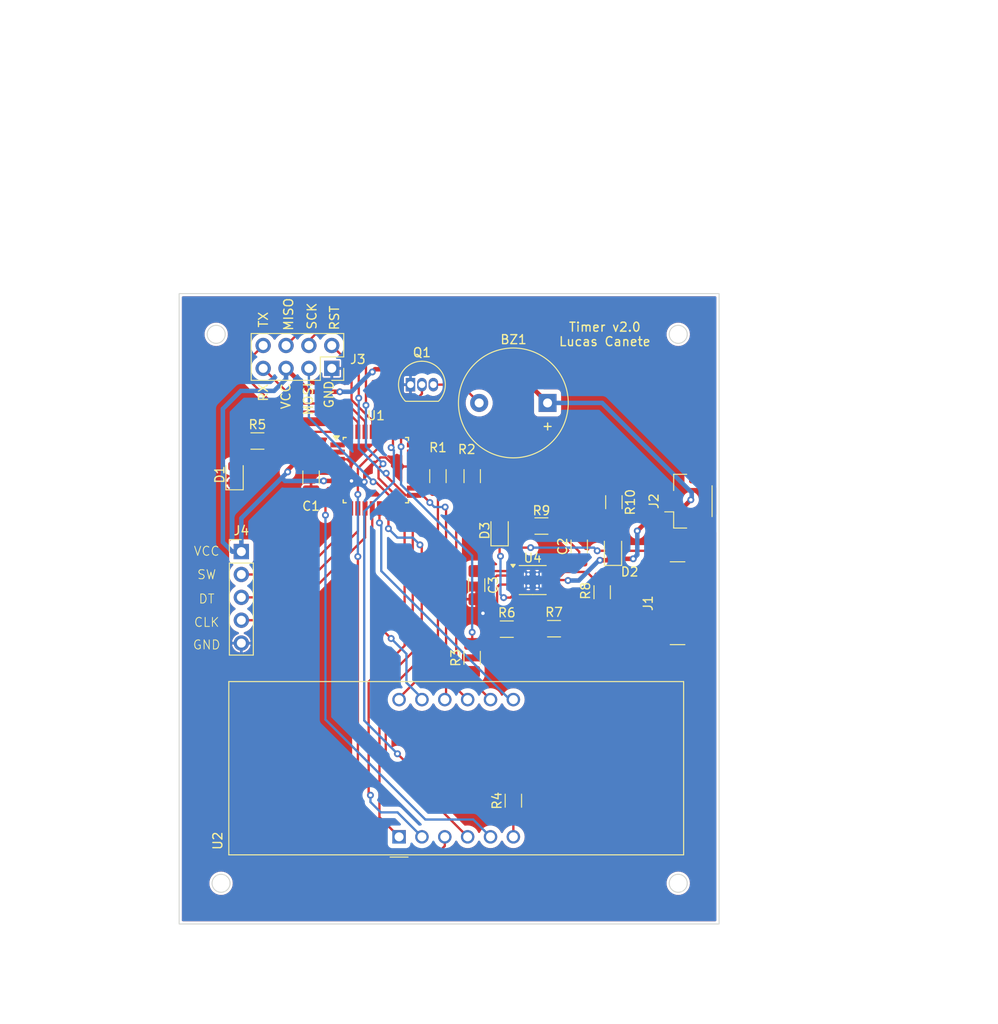
<source format=kicad_pcb>
(kicad_pcb (version 20240108) (generator "pcbnew") (generator_version "8.0")
  (layers (0 "F.Cu" signal) (31 "B.Cu" signal) (34 "B.Paste" user) (35 "F.Paste" user) (36 "B.SilkS" user "B.Silkscreen") (37 "F.SilkS" user "F.Silkscreen") (38 "B.Mask" user) (39 "F.Mask" user) (44 "Edge.Cuts" user))
  (net 0 "")
  (net 1 "GND")
  (net 2 "PC5")
  (net 3 "Net-(BZ1-+)")
  (net 4 "Net-(D1-A)")
  (net 5 "Net-(U2-CA1)")
  (net 6 "Net-(U2-CA2)")
  (net 7 "Net-(U2-CA3)")
  (net 8 "Net-(U2-CA4)")
  (net 9 "Net-(U1-PD2)")
  (net 10 "RST")
  (net 11 "SW")
  (net 12 "PC0")
  (net 13 "PB0")
  (net 14 "PB5")
  (net 15 "PC1")
  (net 16 "PC2")
  (net 17 "PB1")
  (net 18 "PC3")
  (net 19 "PB6")
  (net 20 "PB2")
  (net 21 "PC4")
  (net 22 "RX")
  (net 23 "TX")
  (net 24 "MISO")
  (net 25 "MOSI")
  (net 26 "Net-(U4-ISET)")
  (net 27 "Net-(U4-PRETERM)")
  (net 28 "Net-(U4-TS)")
  (net 29 "Net-(U4-OUT)")
  (net 30 "Net-(D3-A)")
  (net 32 "VBUS")
  (net 33 "Net-(D3-K)")
  (net 34 "BAT+")
  (net 35 "Net-(D2-A)")
  (net 38 "DT")
  (net 39 "CLK")
  (footprint "Resistor_SMD:R_1206_3216Metric_Pad1.30x1.75mm_HandSolder" (layer "F.Cu") (at 111.2 116.51)
    (property "Reference" "R7" (at 0 -1.82 0) (layer "F.SilkS"))
    (property "Value" "2K")
    (pad "1" smd roundrect (at -1.55 0) (size 1.3 1.75) (layers "F.Cu" "F.Paste" "F.Mask") (roundrect_rratio 0.192308) (net 27 "Net-(U4-PRETERM)"))
    (pad "2" smd roundrect (at 1.55 0) (size 1.3 1.75) (layers "F.Cu" "F.Paste" "F.Mask") (roundrect_rratio 0.192308) (net 1 "GND"))
  )
  (footprint "Resistor_SMD:R_1206_3216Metric_Pad1.30x1.75mm_HandSolder" (layer "F.Cu") (at 109.8 105.11 180)
    (property "Reference" "R9" (at 0 1.71 0) (layer "F.SilkS"))
    (property "Value" "1K5")
    (pad "1" smd roundrect (at -1.55 0 180) (size 1.3 1.75) (layers "F.Cu" "F.Paste" "F.Mask") (roundrect_rratio 0.192308) (net 29 "Net-(U4-OUT)"))
    (pad "2" smd roundrect (at 1.55 0 180) (size 1.3 1.75) (layers "F.Cu" "F.Paste" "F.Mask") (roundrect_rratio 0.192308) (net 30 "Net-(D3-A)"))
  )
  (footprint "Package_SO:HVSSOP-10-1EP_3x3mm_P0.5mm_EP1.57x1.88mm_ThermalVias" (layer "F.Cu") (at 108.83 111.11)
    (property "Reference" "U4" (at 0 -2.45 0) (layer "F.SilkS"))
    (property "Value" "BQ24090DGQ")
    (pad "1" smd roundrect (at -2.15 -1) (size 1.45 0.3) (layers "F.Cu" "F.Paste" "F.Mask") (net 32 "VBUS"))
    (pad "2" smd roundrect (at -2.15 -0.5) (size 1.45 0.3) (layers "F.Cu" "F.Paste" "F.Mask") (net 26 "Net-(U4-ISET)"))
    (pad "3" smd roundrect (at -2.15 0) (size 1.45 0.3) (layers "F.Cu" "F.Paste" "F.Mask") (net 1 "GND"))
    (pad "4" smd roundrect (at -2.15 0.5) (size 1.45 0.3) (layers "F.Cu" "F.Paste" "F.Mask") (net 27 "Net-(U4-PRETERM)"))
    (pad "5" smd roundrect (at -2.15 1) (size 1.45 0.3) (layers "F.Cu" "F.Paste" "F.Mask") (net 33 "Net-(D3-K)"))
    (pad "6" smd roundrect (at 2.15 1) (size 1.45 0.3) (layers "F.Cu" "F.Paste" "F.Mask"))
    (pad "7" smd roundrect (at 2.15 0.5) (size 1.45 0.3) (layers "F.Cu" "F.Paste" "F.Mask") (net 32 "VBUS"))
    (pad "8" smd roundrect (at 2.15 0) (size 1.45 0.3) (layers "F.Cu" "F.Paste" "F.Mask") (net 34 "BAT+"))
    (pad "9" smd roundrect (at 2.15 -0.5) (size 1.45 0.3) (layers "F.Cu" "F.Paste" "F.Mask") (net 28 "Net-(U4-TS)"))
    (pad "10" smd roundrect (at 2.15 -1) (size 1.45 0.3) (layers "F.Cu" "F.Paste" "F.Mask") (net 29 "Net-(U4-OUT)"))
    (pad "11" thru_hole circle (at -0.485 -0.64) (size 0.6 0.6) (drill 0.3) (property pad_prop_heatsink) (layers "*.Cu") (net 1 "GND"))
    (pad "11" thru_hole circle (at -0.485 0.64) (size 0.6 0.6) (drill 0.3) (property pad_prop_heatsink) (layers "*.Cu") (net 1 "GND"))
    (pad "11" smd rect (at 0 0) (size 1.57 1.88) (property pad_prop_heatsink) (layers "F.Cu" "F.Mask") (net 1 "GND"))
    (pad "11" smd rect (at 0 0) (size 1.57 1.88) (property pad_prop_heatsink) (layers "B.Cu") (net 1 "GND"))
    (pad "11" thru_hole circle (at 0.485 -0.64) (size 0.6 0.6) (drill 0.3) (property pad_prop_heatsink) (layers "*.Cu") (net 1 "GND"))
    (pad "11" thru_hole circle (at 0.485 0.64) (size 0.6 0.6) (drill 0.3) (property pad_prop_heatsink) (layers "*.Cu") (net 1 "GND"))
  )
  (footprint "LED_SMD:LED_0805_2012Metric" (layer "F.Cu") (at 75.7 99.4 90)
    (property "Reference" "D1" (at 0 -1.65 90) (layer "F.SilkS"))
    (property "Value" "LED")
    (pad "1" smd roundrect (at -0.9375 0 90) (size 0.975 1.4) (layers "F.Cu" "F.Paste" "F.Mask") (net 1 "GND"))
    (pad "2" smd roundrect (at 0.9375 0 90) (size 0.975 1.4) (layers "F.Cu" "F.Paste" "F.Mask") (net 4 "Net-(D1-A)"))
  )
  (footprint "Resistor_SMD:R_1206_3216Metric_Pad1.30x1.75mm_HandSolder" (layer "F.Cu") (at 78.24 95.6685)
    (property "Reference" "R5" (at 0 -1.82 0) (layer "F.SilkS"))
    (property "Value" "220")
    (pad "1" smd roundrect (at -1.55 0) (size 1.3 1.75) (layers "F.Cu" "F.Paste" "F.Mask") (roundrect_rratio 0.192308) (net 4 "Net-(D1-A)"))
    (pad "2" smd roundrect (at 1.55 0) (size 1.3 1.75) (layers "F.Cu" "F.Paste" "F.Mask") (roundrect_rratio 0.192308) (net 9 "Net-(U1-PD2)"))
  )
  (footprint "Resistor_SMD:R_1206_3216Metric_Pad1.30x1.75mm_HandSolder" (layer "F.Cu") (at 105.95 116.56)
    (property "Reference" "R6" (at 0 -1.82 0) (layer "F.SilkS"))
    (property "Value" "540")
    (pad "1" smd roundrect (at -1.55 0) (size 1.3 1.75) (layers "F.Cu" "F.Paste" "F.Mask") (roundrect_rratio 0.192308) (net 26 "Net-(U4-ISET)"))
    (pad "2" smd roundrect (at 1.55 0) (size 1.3 1.75) (layers "F.Cu" "F.Paste" "F.Mask") (roundrect_rratio 0.192308) (net 1 "GND"))
  )
  (footprint "Resistor_SMD:R_1206_3216Metric_Pad1.30x1.75mm_HandSolder" (layer "F.Cu") (at 102.108 99.568 90)
    (property "Reference" "R2" (hide yes))
    (property "Value" "150")
    (pad "1" smd roundrect (at -1.55 0 90) (size 1.3 1.75) (layers "F.Cu" "F.Paste" "F.Mask") (roundrect_rratio 0.192308) (net 6 "Net-(U2-CA2)"))
    (pad "2" smd roundrect (at 1.55 0 90) (size 1.3 1.75) (layers "F.Cu" "F.Paste" "F.Mask") (roundrect_rratio 0.192308) (net 15 "PC1"))
  )
  (footprint "Resistor_SMD:R_1206_3216Metric_Pad1.30x1.75mm_HandSolder" (layer "F.Cu") (at 117.85 102.46 -90)
    (property "Reference" "R10" (at 0 -1.82 90) (layer "F.SilkS"))
    (property "Value" "1K5")
    (pad "1" smd roundrect (at -1.55 0 270) (size 1.3 1.75) (layers "F.Cu" "F.Paste" "F.Mask") (roundrect_rratio 0.192308) (net 29 "Net-(U4-OUT)"))
    (pad "2" smd roundrect (at 1.55 0 270) (size 1.3 1.75) (layers "F.Cu" "F.Paste" "F.Mask") (roundrect_rratio 0.192308) (net 35 "Net-(D2-A)"))
  )
  (footprint "Buzzer_Beeper:Buzzer_12x9.5RM7.6" (layer "F.Cu") (at 110.48 91.44 180)
    (property "Reference" "BZ1" (at 3.78 7.04 0) (layer "F.SilkS"))
    (property "Value" "Buzzer")
    (fp_text user "+" (at -0.01 -2.54 0) (layer "F.SilkS"))
    (pad "1" thru_hole rect (at 0 0 180) (size 2 2) (drill 1) (layers "*.Cu" "*.Mask") (net 34 "BAT+"))
    (pad "2" thru_hole circle (at 7.6 0 180) (size 2 2) (drill 1) (layers "*.Cu" "*.Mask") (net 3 "Net-(BZ1-+)"))
  )
  (footprint "Resistor_SMD:R_1206_3216Metric_Pad1.30x1.75mm_HandSolder" (layer "F.Cu") (at 98.298 99.568 90)
    (property "Reference" "R1" (at 3.168 0.002 0) (layer "F.SilkS"))
    (property "Value" "150")
    (pad "1" smd roundrect (at -1.55 0 90) (size 1.3 1.75) (layers "F.Cu" "F.Paste" "F.Mask") (roundrect_rratio 0.192308) (net 5 "Net-(U2-CA1)"))
    (pad "2" smd roundrect (at 1.55 0 90) (size 1.3 1.75) (layers "F.Cu" "F.Paste" "F.Mask") (roundrect_rratio 0.192308) (net 12 "PC0"))
  )
  (footprint "Resistor_SMD:R_1206_3216Metric_Pad1.30x1.75mm_HandSolder" (layer "F.Cu") (at 116.55 112.46 -90)
    (property "Reference" "R8" (at -0.16 1.85 90) (layer "F.SilkS"))
    (property "Value" "10K")
    (pad "1" smd roundrect (at -1.55 0 270) (size 1.3 1.75) (layers "F.Cu" "F.Paste" "F.Mask") (roundrect_rratio 0.192308) (net 28 "Net-(U4-TS)"))
    (pad "2" smd roundrect (at 1.55 0 270) (size 1.3 1.75) (layers "F.Cu" "F.Paste" "F.Mask") (roundrect_rratio 0.192308) (net 1 "GND"))
  )
  (footprint "Package_QFP:TQFP-32_7x7mm_P0.8mm" (layer "F.Cu") (at 91.4 98.9)
    (property "Reference" "U1" (at 0 -6.05 0) (layer "F.SilkS"))
    (property "Value" "ATmega168-20A")
    (pad "1" smd rect (at -4.25 -2.8) (size 1.6 0.55) (layers "F.Cu" "F.Paste" "F.Mask"))
    (pad "2" smd rect (at -4.25 -2) (size 1.6 0.55) (layers "F.Cu" "F.Paste" "F.Mask"))
    (pad "3" smd rect (at -4.25 -1.2) (size 1.6 0.55) (layers "F.Cu" "F.Paste" "F.Mask") (net 1 "GND"))
    (pad "4" smd rect (at -4.25 -0.4) (size 1.6 0.55) (layers "F.Cu" "F.Paste" "F.Mask") (net 34 "BAT+"))
    (pad "5" smd rect (at -4.25 0.4) (size 1.6 0.55) (layers "F.Cu" "F.Paste" "F.Mask") (net 1 "GND"))
    (pad "6" smd rect (at -4.25 1.2) (size 1.6 0.55) (layers "F.Cu" "F.Paste" "F.Mask") (net 34 "BAT+"))
    (pad "7" smd rect (at -4.25 2) (size 1.6 0.55) (layers "F.Cu" "F.Paste" "F.Mask") (net 19 "PB6"))
    (pad "8" smd rect (at -4.25 2.8) (size 1.6 0.55) (layers "F.Cu" "F.Paste" "F.Mask"))
    (pad "9" smd rect (at -2.8 4.25 90) (size 1.6 0.55) (layers "F.Cu" "F.Paste" "F.Mask") (net 11 "SW"))
    (pad "10" smd rect (at -2 4.25 90) (size 1.6 0.55) (layers "F.Cu" "F.Paste" "F.Mask") (net 38 "DT"))
    (pad "11" smd rect (at -1.2 4.25 90) (size 1.6 0.55) (layers "F.Cu" "F.Paste" "F.Mask") (net 39 "CLK"))
    (pad "12" smd rect (at -0.4 4.25 90) (size 1.6 0.55) (layers "F.Cu" "F.Paste" "F.Mask") (net 13 "PB0"))
    (pad "13" smd rect (at 0.4 4.25 90) (size 1.6 0.55) (layers "F.Cu" "F.Paste" "F.Mask") (net 17 "PB1"))
    (pad "14" smd rect (at 1.2 4.25 90) (size 1.6 0.55) (layers "F.Cu" "F.Paste" "F.Mask") (net 20 "PB2"))
    (pad "15" smd rect (at 2 4.25 90) (size 1.6 0.55) (layers "F.Cu" "F.Paste" "F.Mask") (net 25 "MOSI"))
    (pad "16" smd rect (at 2.8 4.25 90) (size 1.6 0.55) (layers "F.Cu" "F.Paste" "F.Mask") (net 24 "MISO"))
    (pad "17" smd rect (at 4.25 2.8) (size 1.6 0.55) (layers "F.Cu" "F.Paste" "F.Mask") (net 14 "PB5"))
    (pad "18" smd rect (at 4.25 2) (size 1.6 0.55) (layers "F.Cu" "F.Paste" "F.Mask"))
    (pad "19" smd rect (at 4.25 1.2) (size 1.6 0.55) (layers "F.Cu" "F.Paste" "F.Mask"))
    (pad "20" smd rect (at 4.25 0.4) (size 1.6 0.55) (layers "F.Cu" "F.Paste" "F.Mask"))
    (pad "21" smd rect (at 4.25 -0.4) (size 1.6 0.55) (layers "F.Cu" "F.Paste" "F.Mask") (net 1 "GND"))
    (pad "22" smd rect (at 4.25 -1.2) (size 1.6 0.55) (layers "F.Cu" "F.Paste" "F.Mask"))
    (pad "23" smd rect (at 4.25 -2) (size 1.6 0.55) (layers "F.Cu" "F.Paste" "F.Mask") (net 12 "PC0"))
    (pad "24" smd rect (at 4.25 -2.8) (size 1.6 0.55) (layers "F.Cu" "F.Paste" "F.Mask") (net 15 "PC1"))
    (pad "25" smd rect (at 2.8 -4.25 90) (size 1.6 0.55) (layers "F.Cu" "F.Paste" "F.Mask") (net 16 "PC2"))
    (pad "26" smd rect (at 2 -4.25 90) (size 1.6 0.55) (layers "F.Cu" "F.Paste" "F.Mask") (net 18 "PC3"))
    (pad "27" smd rect (at 1.2 -4.25 90) (size 1.6 0.55) (layers "F.Cu" "F.Paste" "F.Mask") (net 21 "PC4"))
    (pad "28" smd rect (at 0.4 -4.25 90) (size 1.6 0.55) (layers "F.Cu" "F.Paste" "F.Mask") (net 2 "PC5"))
    (pad "29" smd rect (at -0.4 -4.25 90) (size 1.6 0.55) (layers "F.Cu" "F.Paste" "F.Mask") (net 10 "RST"))
    (pad "30" smd rect (at -1.2 -4.25 90) (size 1.6 0.55) (layers "F.Cu" "F.Paste" "F.Mask") (net 22 "RX"))
    (pad "31" smd rect (at -2 -4.25 90) (size 1.6 0.55) (layers "F.Cu" "F.Paste" "F.Mask") (net 23 "TX"))
    (pad "32" smd rect (at -2.8 -4.25 90) (size 1.6 0.55) (layers "F.Cu" "F.Paste" "F.Mask") (net 9 "Net-(U1-PD2)"))
  )
  (footprint "Display_7Segment:CA56-12CGKWA" (layer "F.Cu") (at 93.98 139.6225 90)
    (property "Reference" "U2" (at -0.44 -20.15 90) (layer "F.SilkS"))
    (property "Value" "CA56-12CGKWA")
    (pad "1" thru_hole rect (at 0 0 90) (size 1.5 1.5) (drill 1) (layers "*.Cu" "*.Mask") (net 24 "MISO"))
    (pad "2" thru_hole circle (at 0 2.54 90) (size 1.5 1.5) (drill 1) (layers "*.Cu" "*.Mask") (net 25 "MOSI"))
    (pad "3" thru_hole circle (at 0 5.08 90) (size 1.5 1.5) (drill 1) (layers "*.Cu" "*.Mask") (net 21 "PC4"))
    (pad "4" thru_hole circle (at 0 7.62 90) (size 1.5 1.5) (drill 1) (layers "*.Cu" "*.Mask") (net 20 "PB2"))
    (pad "5" thru_hole circle (at 0 10.16 90) (size 1.5 1.5) (drill 1) (layers "*.Cu" "*.Mask") (net 19 "PB6"))
    (pad "6" thru_hole circle (at 0 12.7 90) (size 1.5 1.5) (drill 1) (layers "*.Cu" "*.Mask") (net 8 "Net-(U2-CA4)"))
    (pad "7" thru_hole circle (at 15.24 12.7 90) (size 1.5 1.5) (drill 1) (layers "*.Cu" "*.Mask") (net 17 "PB1"))
    (pad "8" thru_hole circle (at 15.24 10.16 90) (size 1.5 1.5) (drill 1) (layers "*.Cu" "*.Mask") (net 7 "Net-(U2-CA3)"))
    (pad "9" thru_hole circle (at 15.24 7.62 90) (size 1.5 1.5) (drill 1) (layers "*.Cu" "*.Mask") (net 6 "Net-(U2-CA2)"))
    (pad "10" thru_hole circle (at 15.24 5.08 90) (size 1.5 1.5) (drill 1) (layers "*.Cu" "*.Mask") (net 14 "PB5"))
    (pad "11" thru_hole circle (at 15.24 2.54 90) (size 1.5 1.5) (drill 1) (layers "*.Cu" "*.Mask") (net 13 "PB0"))
    (pad "12" thru_hole circle (at 15.24 0 90) (size 1.5 1.5) (drill 1) (layers "*.Cu" "*.Mask") (net 5 "Net-(U2-CA1)"))
  )
  (footprint "LED_SMD:LED_0805_2012Metric" (layer "F.Cu") (at 117.75 107.7975 90)
    (property "Reference" "D2" (at -2.4025 1.85 180) (layer "F.SilkS"))
    (property "Value" "LED")
    (pad "1" smd roundrect (at -0.9375 0 90) (size 0.975 1.4) (layers "F.Cu" "F.Paste" "F.Mask") (net 34 "BAT+"))
    (pad "2" smd roundrect (at 0.9375 0 90) (size 0.975 1.4) (layers "F.Cu" "F.Paste" "F.Mask") (net 35 "Net-(D2-A)"))
  )
  (footprint "Resistor_SMD:R_1206_3216Metric_Pad1.30x1.75mm_HandSolder" (layer "F.Cu") (at 106.68 135.61 90)
    (property "Reference" "R4" (at 0 -1.82 90) (layer "F.SilkS"))
    (property "Value" "150")
    (pad "1" smd roundrect (at -1.55 0 90) (size 1.3 1.75) (layers "F.Cu" "F.Paste" "F.Mask") (roundrect_rratio 0.192308) (net 8 "Net-(U2-CA4)"))
    (pad "2" smd roundrect (at 1.55 0 90) (size 1.3 1.75) (layers "F.Cu" "F.Paste" "F.Mask") (roundrect_rratio 0.192308) (net 18 "PC3"))
  )
  (footprint "Resistor_SMD:R_1206_3216Metric_Pad1.30x1.75mm_HandSolder" (layer "F.Cu") (at 102.1 119.75 90)
    (property "Reference" "R3" (at 0 -1.82 90) (layer "F.SilkS"))
    (property "Value" "150")
    (pad "1" smd roundrect (at -1.55 0 90) (size 1.3 1.75) (layers "F.Cu" "F.Paste" "F.Mask") (roundrect_rratio 0.192308) (net 7 "Net-(U2-CA3)"))
    (pad "2" smd roundrect (at 1.55 0 90) (size 1.3 1.75) (layers "F.Cu" "F.Paste" "F.Mask") (roundrect_rratio 0.192308) (net 16 "PC2"))
  )
  (footprint "Connector_JST:JST_GH_SM02B-GHS-TB_1x02-1MP_P1.25mm_Horizontal" (layer "F.Cu") (at 126.2 102.35 90)
    (property "Reference" "J2" (at 0 -3.9 90) (layer "F.SilkS"))
    (property "Value" "Conn_BAT")
    (pad "1" smd roundrect (at -0.625 -1.85 90) (size 0.6 1.7) (layers "F.Cu" "F.Paste" "F.Mask") (net 34 "BAT+"))
    (pad "2" smd roundrect (at 0.625 -1.85 90) (size 0.6 1.7) (layers "F.Cu" "F.Paste" "F.Mask") (net 1 "GND"))
    (pad "MP" smd roundrect (at -2.475 1.35 90) (size 1 2.7) (layers "F.Cu" "F.Paste" "F.Mask"))
    (pad "MP" smd roundrect (at 2.475 1.35 90) (size 1 2.7) (layers "F.Cu" "F.Paste" "F.Mask"))
  )
  (footprint "LED_SMD:LED_0805_2012Metric" (layer "F.Cu") (at 105.15 105.6225 90)
    (property "Reference" "D3" (at 0 -1.65 90) (layer "F.SilkS"))
    (property "Value" "LED")
    (pad "1" smd roundrect (at -0.9375 0 90) (size 0.975 1.4) (layers "F.Cu" "F.Paste" "F.Mask") (net 33 "Net-(D3-K)"))
    (pad "2" smd roundrect (at 0.9375 0 90) (size 0.975 1.4) (layers "F.Cu" "F.Paste" "F.Mask") (net 30 "Net-(D3-A)"))
  )
  (footprint "Capacitor_SMD:C_1206_3216Metric_Pad1.33x1.80mm_HandSolder" (layer "F.Cu") (at 114 107.3725 90)
    (property "Reference" "C2" (at 0 -1.85 90) (layer "F.SilkS"))
    (property "Value" "10uF")
    (pad "1" smd roundrect (at -1.5625 0 90) (size 1.325 1.8) (layers "F.Cu" "F.Paste" "F.Mask") (roundrect_rratio 0.188679) (net 29 "Net-(U4-OUT)"))
    (pad "2" smd roundrect (at 1.5625 0 90) (size 1.325 1.8) (layers "F.Cu" "F.Paste" "F.Mask") (roundrect_rratio 0.188679) (net 1 "GND"))
  )
  (footprint "Package_TO_SOT_THT:TO-92_Inline" (layer "F.Cu") (at 95.25 89.408)
    (property "Reference" "Q1" (at 1.27 -3.56 0) (layer "F.SilkS"))
    (property "Value" "PN2222A")
    (pad "1" thru_hole rect (at 0 0) (size 1.05 1.5) (drill 0.75) (layers "*.Cu" "*.Mask") (net 1 "GND"))
    (pad "2" thru_hole oval (at 1.27 0) (size 1.05 1.5) (drill 0.75) (layers "*.Cu" "*.Mask") (net 2 "PC5"))
    (pad "3" thru_hole oval (at 2.54 0) (size 1.05 1.5) (drill 0.75) (layers "*.Cu" "*.Mask") (net 3 "Net-(BZ1-+)"))
  )
  (footprint "Capacitor_SMD:C_1206_3216Metric_Pad1.33x1.80mm_HandSolder" (layer "F.Cu") (at 102.6 111.6725 -90)
    (property "Reference" "C3" (at 0 -1.85 90) (layer "F.SilkS"))
    (property "Value" "10uF")
    (pad "1" smd roundrect (at -1.5625 0 270) (size 1.325 1.8) (layers "F.Cu" "F.Paste" "F.Mask") (roundrect_rratio 0.188679) (net 32 "VBUS"))
    (pad "2" smd roundrect (at 1.5625 0 270) (size 1.325 1.8) (layers "F.Cu" "F.Paste" "F.Mask") (roundrect_rratio 0.188679) (net 1 "GND"))
  )
  (footprint "Connector_PinHeader_2.54mm:PinHeader_1x05_P2.54mm_Vertical" (layer "F.Cu") (at 76.454 107.95)
    (property "Reference" "J4" (at 0 -2.33 0) (layer "F.SilkS"))
    (property "Value" "Conn_rotary")
    (pad "1" thru_hole rect (at 0 0) (size 1.7 1.7) (drill 1) (layers "*.Cu" "*.Mask") (net 34 "BAT+"))
    (pad "2" thru_hole oval (at 0 2.54) (size 1.7 1.7) (drill 1) (layers "*.Cu" "*.Mask") (net 11 "SW"))
    (pad "3" thru_hole oval (at 0 5.08) (size 1.7 1.7) (drill 1) (layers "*.Cu" "*.Mask") (net 38 "DT"))
    (pad "4" thru_hole oval (at 0 7.62) (size 1.7 1.7) (drill 1) (layers "*.Cu" "*.Mask") (net 39 "CLK"))
    (pad "5" thru_hole oval (at 0 10.16) (size 1.7 1.7) (drill 1) (layers "*.Cu" "*.Mask") (net 1 "GND"))
  )
  (footprint "Connector_PinSocket_2.54mm:PinSocket_2x04_P2.54mm_Vertical" (layer "F.Cu") (at 86.5 87.6 -90)
    (property "Reference" "J3" (at -1 -2.9 0) (layer "F.SilkS"))
    (property "Value" "Conn_USBASP")
    (pad "1" thru_hole rect (at 0 0 270) (size 1.7 1.7) (drill 1) (layers "*.Cu" "*.Mask") (net 1 "GND"))
    (pad "2" thru_hole oval (at -2.54 0 270) (size 1.7 1.7) (drill 1) (layers "*.Cu" "*.Mask") (net 10 "RST"))
    (pad "3" thru_hole oval (at 0 2.54 270) (size 1.7 1.7) (drill 1) (layers "*.Cu" "*.Mask") (net 25 "MOSI"))
    (pad "4" thru_hole oval (at -2.54 2.54 270) (size 1.7 1.7) (drill 1) (layers "*.Cu" "*.Mask") (net 14 "PB5"))
    (pad "5" thru_hole oval (at 0 5.08 270) (size 1.7 1.7) (drill 1) (layers "*.Cu" "*.Mask") (net 34 "BAT+"))
    (pad "6" thru_hole oval (at -2.54 5.08 270) (size 1.7 1.7) (drill 1) (layers "*.Cu" "*.Mask") (net 24 "MISO"))
    (pad "7" thru_hole oval (at 0 7.62 270) (size 1.7 1.7) (drill 1) (layers "*.Cu" "*.Mask") (net 22 "RX"))
    (pad "8" thru_hole oval (at -2.54 7.62 270) (size 1.7 1.7) (drill 1) (layers "*.Cu" "*.Mask") (net 23 "TX"))
  )
  (footprint "Connector_USB:USB_C_Receptacle_GCT_USB4135-GF-A_6P_TopMnt_Horizontal" (layer "F.Cu") (at 126.15 113.68 90)
    (property "Reference" "J1" (at 0 -4.5 90) (layer "F.SilkS"))
    (property "Value" "USB_C_Receptacle_PowerOnly_6P")
    (pad "A5" smd roundrect (at -0.5 -3.0325 90) (size 0.7 1.2) (layers "F.Cu" "F.Paste" "F.Mask"))
    (pad "A9" smd roundrect (at 1.52 -3.0325 270) (size 0.76 1.2) (layers "F.Cu" "F.Paste" "F.Mask") (net 32 "VBUS"))
    (pad "A12" smd roundrect (at 2.75 -3.0325 270) (size 0.8 1.2) (layers "F.Cu" "F.Paste" "F.Mask") (net 1 "GND"))
    (pad "B5" smd roundrect (at 0.5 -3.0325 270) (size 0.7 1.2) (layers "F.Cu" "F.Paste" "F.Mask"))
    (pad "B9" smd roundrect (at -1.52 -3.0325 90) (size 0.76 1.2) (layers "F.Cu" "F.Paste" "F.Mask") (net 32 "VBUS"))
    (pad "B12" smd roundrect (at -2.75 -3.0325 90) (size 0.8 1.2) (layers "F.Cu" "F.Paste" "F.Mask") (net 1 "GND"))
    (pad "S1" smd roundrect (at -5.125 -2.9775 90) (size 1.8 1.35) (layers "F.Cu" "F.Paste" "F.Mask") (roundrect_rratio 0.1851851852) (net 1 "GND"))
    (pad "S1" smd roundrect (at -5.125 0.6025 90) (size 1.8 1.5) (layers "F.Cu" "F.Paste" "F.Mask") (roundrect_rratio 0.1666666667) (net 1 "GND"))
    (pad "S1" smd roundrect (at 5.125 -2.9775 90) (size 1.8 1.35) (layers "F.Cu" "F.Paste" "F.Mask") (roundrect_rratio 0.1851851852) (net 1 "GND"))
    (pad "S1" smd roundrect (at 5.125 0.6025 90) (size 1.8 1.5) (layers "F.Cu" "F.Paste" "F.Mask") (roundrect_rratio 0.1666666667) (net 1 "GND"))
  )
  (footprint "Capacitor_SMD:C_1206_3216Metric_Pad1.33x1.80mm_HandSolder" (layer "F.Cu") (at 84.2 99.7 -90)
    (property "Reference" "C1" (hide yes))
    (property "Value" "0.1uF")
    (pad "1" smd roundrect (at -1.5625 0 270) (size 1.325 1.8) (layers "F.Cu" "F.Paste" "F.Mask") (roundrect_rratio 0.188679) (net 34 "BAT+"))
    (pad "2" smd roundrect (at 1.5625 0 270) (size 1.325 1.8) (layers "F.Cu" "F.Paste" "F.Mask") (roundrect_rratio 0.188679) (net 1 "GND"))
  )
  (gr_circle (center 74.2 144.78) (end 75.2 144.78) (stroke (width 0.1)) (fill none) (layer "Edge.Cuts"))
  (gr_circle (center 73.66 83.82) (end 74.66 83.82) (stroke (width 0.1)) (fill none) (layer "Edge.Cuts"))
  (gr_circle (center 125 144.78) (end 126 144.78) (stroke (width 0.1)) (fill none) (layer "Edge.Cuts"))
  (gr_circle (center 125 83.82) (end 126 83.82) (stroke (width 0.1)) (fill none) (layer "Edge.Cuts"))
  (gr_rect (start 69.54 79.3) (end 129.54 149.3) (stroke (width 0.1)) (fill none) (layer "Edge.Cuts"))
  (gr_text "R2" (at 101.5 96.6 0) (layer "F.SilkS") (effects (font (size 1 1))))
  (gr_text "GND" (at 86.2 90.5 90) (layer "F.SilkS") (effects (font (size 1 1))))
  (gr_text "CLK" (at 72.6 115.8 0) (layer "F.SilkS") (effects (font (size 1 1) (thickness 0.1))))
  (gr_text "RX" (at 78.9 90.3 90) (layer "F.SilkS") (effects (font (size 1 1))))
  (gr_text "DT" (at 72.6 113.2 0) (layer "F.SilkS") (effects (font (size 1 1) (thickness 0.1))))
  (gr_text "TX" (at 78.9 82.2 90) (layer "F.SilkS") (effects (font (size 1 1))))
  (gr_text "RST" (at 86.8 82 90) (layer "F.SilkS") (effects (font (size 1 1))))
  (gr_text "VCC\n" (at 72.6 107.9 0) (layer "F.SilkS") (effects (font (size 1 1) (thickness 0.1))))
  (gr_text "GND" (at 72.6 118.3 0) (layer "F.SilkS") (effects (font (size 1 1) (thickness 0.1))))
  (gr_text "SW" (at 72.6 110.5 0) (layer "F.SilkS") (effects (font (size 1 1) (thickness 0.1))))
  (gr_text "MISO" (at 81.7 81.6 90) (layer "F.SilkS") (effects (font (size 1 1))))
  (gr_text "MOSI" (at 83.9 91 90) (layer "F.SilkS") (effects (font (size 1 1))))
  (gr_text "Timer v2.0\nLucas Canete\n" (at 116.84 83.82 0) (layer "F.SilkS") (effects (font (size 1 1))))
  (gr_text "SCK" (at 84.3 81.8 90) (layer "F.SilkS") (effects (font (size 1 1))))
  (gr_text "C1" (at 84.2 102.9 0) (layer "F.SilkS") (effects (font (size 1 1))))
  (gr_text "VCC\n" (at 81.4 90.7 90) (layer "F.SilkS") (effects (font (size 1 1))))
  (segment (start 87.15 97.7) (end 88.204 97.7) (width 0.254) (layer "F.Cu") (net 1))
  (segment (start 84.2 101.2625) (end 84.2 100.2) (width 0.254) (layer "F.Cu") (net 1))
  (segment (start 102.9 114.8) (end 102.6 114.5) (width 0.254) (layer "F.Cu") (net 1))
  (segment (start 85.1 99.3) (end 87.15 99.3) (width 0.254) (layer "F.Cu") (net 1))
  (segment (start 102.6 114.5) (end 102.6 113.235) (width 0.254) (layer "F.Cu") (net 1))
  (segment (start 88.2 99.608) (end 88.2 99.3) (width 0.254) (layer "F.Cu") (net 1))
  (segment (start 88.2 99.3) (end 87.15 99.3) (width 0.254) (layer "F.Cu") (net 1))
  (segment (start 91.907368 97.491368) (end 90.108 99.290736) (width 0.254) (layer "F.Cu") (net 1))
  (segment (start 88.692 100.1) (end 88.2 99.608) (width 0.254) (layer "F.Cu") (net 1))
  (segment (start 88.204 97.7) (end 88.6 98.096) (width 0.254) (layer "F.Cu") (net 1))
  (segment (start 84.2 100.2) (end 85.1 99.3) (width 0.254) (layer "F.Cu") (net 1))
  (segment (start 88.6 98.9) (end 88.2 99.3) (width 0.254) (layer "F.Cu") (net 1))
  (segment (start 88.6 98.096) (end 88.6 98.9) (width 0.254) (layer "F.Cu") (net 1))
  (segment (start 106.68 111.11) (end 108.83 111.11) (width 0.254) (layer "F.Cu") (net 1))
  (segment (start 103.3 114.8) (end 102.9 114.8) (width 0.254) (layer "F.Cu") (net 1))
  (segment (start 92.493896 97.491368) (end 91.907368 97.491368) (width 0.254) (layer "F.Cu") (net 1))
  (segment (start 93.502528 98.5) (end 92.493896 97.491368) (width 0.254) (layer "F.Cu") (net 1))
  (segment (start 95.65 98.5) (end 93.502528 98.5) (width 0.254) (layer "F.Cu") (net 1))
  (segment (start 90.108 99.290736) (end 90.108 100.210527) (width 0.254) (layer "F.Cu") (net 1))
  (via (at 90.108 100.210527) (size 0.762) (drill 0.381) (layers "F.Cu" "B.Cu") (net 1))
  (via (at 88.692 100.1) (size 0.762) (drill 0.381) (layers "F.Cu" "B.Cu") (net 1))
  (via (at 103.3 114.8) (size 0.762) (drill 0.381) (layers "F.Cu" "B.Cu") (net 1))
  (segment (start 88.802527 100.210527) (end 88.692 100.1) (width 0.254) (layer "B.Cu") (net 1))
  (segment (start 105.295 114.8) (end 103.3 114.8) (width 0.254) (layer "B.Cu") (net 1))
  (segment (start 90.108 100.210527) (end 88.802527 100.210527) (width 0.254) (layer "B.Cu") (net 1))
  (segment (start 108.345 111.75) (end 105.295 114.8) (width 0.254) (layer "B.Cu") (net 1))
  (segment (start 91.7 92.88) (end 91.7 94.243948) (width 0.254) (layer "F.Cu") (net 2))
  (segment (start 95.504 91.44) (end 93.14 91.44) (width 0.254) (layer "F.Cu") (net 2))
  (segment (start 96.52 90.424) (end 95.504 91.44) (width 0.254) (layer "F.Cu") (net 2))
  (segment (start 96.52 89.408) (end 96.52 90.424) (width 0.254) (layer "F.Cu") (net 2))
  (segment (start 91.7 94.243948) (end 91.953026 94.496974) (width 0.254) (layer "F.Cu") (net 2))
  (segment (start 93.14 91.44) (end 91.7 92.88) (width 0.254) (layer "F.Cu") (net 2))
  (segment (start 100.848 89.408) (end 102.88 91.44) (width 0.254) (layer "F.Cu") (net 3))
  (segment (start 97.79 89.408) (end 100.848 89.408) (width 0.254) (layer "F.Cu") (net 3))
  (segment (start 75.7 98.4625) (end 76.69 97.4725) (width 0.254) (layer "F.Cu") (net 4))
  (segment (start 76.69 97.4725) (end 76.69 95.6685) (width 0.254) (layer "F.Cu") (net 4))
  (segment (start 98.298 101.118) (end 98.298 119.888) (width 0.254) (layer "F.Cu") (net 5))
  (segment (start 98.298 119.888) (end 93.98 124.206) (width 0.254) (layer "F.Cu") (net 5))
  (segment (start 93.98 124.206) (end 93.98 124.3825) (width 0.254) (layer "F.Cu") (net 5))
  (segment (start 100.33 123.1125) (end 101.6 124.3825) (width 0.254) (layer "F.Cu") (net 6))
  (segment (start 100.33 102.896) (end 100.33 123.1125) (width 0.254) (layer "F.Cu") (net 6))
  (segment (start 102.108 101.118) (end 100.33 102.896) (width 0.254) (layer "F.Cu") (net 6))
  (segment (start 102.108 122.3505) (end 104.14 124.3825) (width 0.254) (layer "F.Cu") (net 7))
  (segment (start 102.108 121.692) (end 102.108 122.3505) (width 0.254) (layer "F.Cu") (net 7))
  (segment (start 106.68 139.6225) (end 106.68 137.16) (width 0.254) (layer "F.Cu") (net 8))
  (segment (start 106.7 139.6025) (end 106.68 139.6225) (width 0.254) (layer "F.Cu") (net 8))
  (segment (start 80.8085 94.65) (end 88.6 94.65) (width 0.254) (layer "F.Cu") (net 9))
  (segment (start 79.79 95.6685) (end 80.8085 94.65) (width 0.254) (layer "F.Cu") (net 9))
  (segment (start 91 93.4) (end 90.008 92.408) (width 0.254) (layer "F.Cu") (net 10))
  (segment (start 90.006736 92.408) (end 88.7 91.101264) (width 0.254) (layer "F.Cu") (net 10))
  (segment (start 88.7 87.26) (end 86.5 85.06) (width 0.254) (layer "F.Cu") (net 10))
  (segment (start 88.7 91.101264) (end 88.7 87.26) (width 0.254) (layer "F.Cu") (net 10))
  (segment (start 90.008 92.408) (end 90.006736 92.408) (width 0.254) (layer "F.Cu") (net 10))
  (segment (start 91 94.65) (end 91 93.4) (width 0.254) (layer "F.Cu") (net 10))
  (segment (start 88.6 103.15) (end 88.6 104.933264) (width 0.254) (layer "F.Cu") (net 11))
  (segment (start 88.6 104.933264) (end 83.043264 110.49) (width 0.254) (layer "F.Cu") (net 11))
  (segment (start 83.043264 110.49) (end 76.454 110.49) (width 0.254) (layer "F.Cu") (net 11))
  (segment (start 98.298 98.018) (end 97.18 96.9) (width 0.254) (layer "F.Cu") (net 12))
  (segment (start 97.18 96.9) (end 95.65 96.9) (width 0.254) (layer "F.Cu") (net 12))
  (segment (start 91 115.5) (end 91 103.15) (width 0.254) (layer "F.Cu") (net 13))
  (segment (start 93.1 117.6) (end 91 115.5) (width 0.254) (layer "F.Cu") (net 13))
  (via (at 93.1 117.6) (size 0.762) (drill 0.381) (layers "F.Cu" "B.Cu") (net 13))
  (segment (start 94.8 119.3) (end 94.8 122.5) (width 0.254) (layer "B.Cu") (net 13))
  (segment (start 96.52 124.22) (end 96.52 124.3825) (width 0.254) (layer "B.Cu") (net 13))
  (segment (start 93.1 117.6) (end 94.8 119.3) (width 0.254) (layer "B.Cu") (net 13))
  (segment (start 94.8 122.5) (end 96.52 124.22) (width 0.254) (layer "B.Cu") (net 13))
  (segment (start 89.5 84.7) (end 88.4 83.6) (width 0.254) (layer "F.Cu") (net 14))
  (segment (start 99.2 124.2425) (end 99.2 103.28) (width 0.254) (layer "F.Cu") (net 14))
  (segment (start 99.2 103.28) (end 99.2 103.1) (width 0.254) (layer "F.Cu") (net 14))
  (segment (start 92.549368 99.528368) (end 94.721 101.7) (width 0.254) (layer "F.Cu") (net 14))
  (segment (start 84.9 83.6) (end 83.96 84.54) (width 0.254) (layer "F.Cu") (net 14))
  (segment (start 95.65 101.7) (end 96.6 101.7) (width 0.254) (layer "F.Cu") (net 14))
  (segment (start 99.06 124.3825) (end 99.2 124.2425) (width 0.254) (layer "F.Cu") (net 14))
  (segment (start 99.2 103.1) (end 99.1 103) (width 0.254) (layer "F.Cu") (net 14))
  (segment (start 94.721 101.7) (end 95.65 101.7) (width 0.254) (layer "F.Cu") (net 14))
  (segment (start 89.5 90.9) (end 89.5 84.7) (width 0.254) (layer "F.Cu") (net 14))
  (segment (start 88.4 83.6) (end 84.9 83.6) (width 0.254) (layer "F.Cu") (net 14))
  (segment (start 96.6 101.7) (end 97.4 102.5) (width 0.254) (layer "F.Cu") (net 14))
  (segment (start 83.96 84.54) (end 83.96 85.06) (width 0.254) (layer "F.Cu") (net 14))
  (segment (start 92.549368 99.249368) (end 92.549368 99.528368) (width 0.254) (layer "F.Cu") (net 14))
  (via (at 99.1 103) (size 0.762) (drill 0.381) (layers "F.Cu" "B.Cu") (net 14))
  (via (at 92.549368 99.249368) (size 0.762) (drill 0.381) (layers "F.Cu" "B.Cu") (net 14))
  (via (at 89.5 90.9) (size 0.762) (drill 0.381) (layers "F.Cu" "B.Cu") (net 14))
  (via (at 97.4 102.5) (size 0.762) (drill 0.381) (layers "F.Cu" "B.Cu") (net 14))
  (segment (start 89.5 96.5) (end 89.5 90.9) (width 0.254) (layer "B.Cu") (net 14))
  (segment (start 92.249368 99.249368) (end 89.5 96.5) (width 0.254) (layer "B.Cu") (net 14))
  (segment (start 92.549368 99.249368) (end 92.249368 99.249368) (width 0.254) (layer "B.Cu") (net 14))
  (segment (start 99.1 103) (end 97.9 103) (width 0.254) (layer "B.Cu") (net 14))
  (segment (start 97.9 103) (end 97.4 102.5) (width 0.254) (layer "B.Cu") (net 14))
  (segment (start 102.108 98.018) (end 100.19 96.1) (width 0.254) (layer "F.Cu") (net 15))
  (segment (start 100.19 96.1) (end 95.65 96.1) (width 0.254) (layer "F.Cu") (net 15))
  (segment (start 102.108 118.592) (end 102.108 116.908) (width 0.254) (layer "F.Cu") (net 16))
  (segment (start 94.2 96.3) (end 94.2 94.65) (width 0.254) (layer "F.Cu") (net 16))
  (segment (start 102.108 116.908) (end 102.1 116.9) (width 0.254) (layer "F.Cu") (net 16))
  (via (at 94.2 96.3) (size 0.762) (drill 0.381) (layers "F.Cu" "B.Cu") (net 16))
  (via (at 102.1 116.9) (size 0.762) (drill 0.381) (layers "F.Cu" "B.Cu") (net 16))
  (segment (start 94.2 100.509548) (end 94.2 96.3) (width 0.254) (layer "B.Cu") (net 16))
  (segment (start 102.1 116.9) (end 102.1 108.409548) (width 0.254) (layer "B.Cu") (net 16))
  (segment (start 102.1 108.409548) (end 94.2 100.509548) (width 0.254) (layer "B.Cu") (net 16))
  (segment (start 91.8 104.756) (end 91.8 103.15) (width 0.254) (layer "F.Cu") (net 17))
  (via (at 91.8 104.756) (size 0.762) (drill 0.381) (layers "F.Cu" "B.Cu") (net 17))
  (segment (start 91.8 104.756) (end 92 104.956) (width 0.254) (layer "B.Cu") (net 17))
  (segment (start 92 110.1) (end 106.2825 124.3825) (width 0.254) (layer "B.Cu") (net 17))
  (segment (start 106.2825 124.3825) (end 106.68 124.3825) (width 0.254) (layer "B.Cu") (net 17))
  (segment (start 92 104.956) (end 92 110.1) (width 0.254) (layer "B.Cu") (net 17))
  (segment (start 97.46 134.06) (end 106.68 134.06) (width 0.254) (layer "F.Cu") (net 18))
  (segment (start 93.3 96.2) (end 93.3 94.75) (width 0.254) (layer "F.Cu") (net 18))
  (segment (start 93.8 130.4) (end 97.46 134.06) (width 0.254) (layer "F.Cu") (net 18))
  (segment (start 93.3 94.75) (end 93.4 94.65) (width 0.254) (layer "F.Cu") (net 18))
  (segment (start 93.1 96.4) (end 93.3 96.2) (width 0.254) (layer "F.Cu") (net 18))
  (via (at 93.1 96.4) (size 0.762) (drill 0.381) (layers "F.Cu" "B.Cu") (net 18))
  (via (at 93.8 130.4) (size 0.762) (drill 0.381) (layers "F.Cu" "B.Cu") (net 18))
  (segment (start 90.108 126.708) (end 93.8 130.4) (width 0.254) (layer "B.Cu") (net 18))
  (segment (start 90.108 103.492) (end 90.108 126.708) (width 0.254) (layer "B.Cu") (net 18))
  (segment (start 93.4 96.7) (end 93.4 100.2) (width 0.254) (layer "B.Cu") (net 18))
  (segment (start 93.1 96.4) (end 93.4 96.7) (width 0.254) (layer "B.Cu") (net 18))
  (segment (start 93.4 100.2) (end 90.108 103.492) (width 0.254) (layer "B.Cu") (net 18))
  (segment (start 85.8 103.9) (end 85.8 101.196) (width 0.254) (layer "F.Cu") (net 19))
  (segment (start 86.096 100.9) (end 87.15 100.9) (width 0.254) (layer "F.Cu") (net 19))
  (segment (start 85.8 101.196) (end 86.096 100.9) (width 0.254) (layer "F.Cu") (net 19))
  (via (at 85.8 103.9) (size 0.762) (drill 0.381) (layers "F.Cu" "B.Cu") (net 19))
  (segment (start 85.8 126.6) (end 96.9 137.7) (width 0.254) (layer "B.Cu") (net 19))
  (segment (start 96.9 137.7) (end 102.2175 137.7) (width 0.254) (layer "B.Cu") (net 19))
  (segment (start 102.2175 137.7) (end 104.14 139.6225) (width 0.254) (layer "B.Cu") (net 19))
  (segment (start 85.8 103.9) (end 85.8 126.6) (width 0.254) (layer "B.Cu") (net 19))
  (segment (start 96.5 119.7) (end 92.5 123.7) (width 0.254) (layer "F.Cu") (net 20))
  (segment (start 96.3 107.2) (end 96.5 107.4) (width 0.254) (layer "F.Cu") (net 20))
  (segment (start 96.5 107.4) (end 96.5 119.7) (width 0.254) (layer "F.Cu") (net 20))
  (segment (start 92.5 123.7) (end 92.5 130.5225) (width 0.254) (layer "F.Cu") (net 20))
  (segment (start 92.5 130.5225) (end 101.6 139.6225) (width 0.254) (layer "F.Cu") (net 20))
  (segment (start 92.6 104.204) (end 92.6 103.15) (width 0.254) (layer "F.Cu") (net 20))
  (segment (start 92.8 104.404) (end 92.6 104.204) (width 0.254) (layer "F.Cu") (net 20))
  (segment (start 92.8 105.4) (end 92.8 104.404) (width 0.254) (layer "F.Cu") (net 20))
  (via (at 92.8 105.4) (size 0.762) (drill 0.381) (layers "F.Cu" "B.Cu") (net 20))
  (via (at 96.3 107.2) (size 0.762) (drill 0.381) (layers "F.Cu" "B.Cu") (net 20))
  (segment (start 96.3 107.2) (end 95.5 106.4) (width 0.254) (layer "B.Cu") (net 20))
  (segment (start 95.5 106.4) (end 93.8 106.4) (width 0.254) (layer "B.Cu") (net 20))
  (segment (start 93.8 106.4) (end 92.8 105.4) (width 0.254) (layer "B.Cu") (net 20))
  (segment (start 89.4 98.7) (end 92.6 95.5) (width 0.254) (layer "F.Cu") (net 21))
  (segment (start 89.4 108.5) (end 89.4 138.2) (width 0.254) (layer "F.Cu") (net 21))
  (segment (start 98.2 141.5) (end 99.06 140.64) (width 0.254) (layer "F.Cu") (net 21))
  (segment (start 89.4 101.6) (end 89.4 98.7) (width 0.254) (layer "F.Cu") (net 21))
  (segment (start 92.6 95.5) (end 92.6 94.65) (width 0.254) (layer "F.Cu") (net 21))
  (segment (start 92.7 141.5) (end 98.2 141.5) (width 0.254) (layer "F.Cu") (net 21))
  (segment (start 99.06 140.64) (end 99.06 139.6225) (width 0.254) (layer "F.Cu") (net 21))
  (segment (start 99.06 139.6225) (end 99.06 139.7) (width 0.254) (layer "F.Cu") (net 21))
  (segment (start 89.4 138.2) (end 92.7 141.5) (width 0.254) (layer "F.Cu") (net 21))
  (via (at 89.4 101.6) (size 0.762) (drill 0.381) (layers "F.Cu" "B.Cu") (net 21))
  (via (at 89.4 108.5) (size 0.762) (drill 0.381) (layers "F.Cu" "B.Cu") (net 21))
  (segment (start 89.4 101.6) (end 89.4 108.5) (width 0.254) (layer "B.Cu") (net 21))
  (segment (start 78.77 87.6) (end 78.74 87.63) (width 0.254) (layer "F.Cu") (net 22))
  (segment (start 82.78 91.5) (end 88.2 91.5) (width 0.254) (layer "F.Cu") (net 22))
  (segment (start 90.2 93.5) (end 90.2 94.65) (width 0.254) (layer "F.Cu") (net 22))
  (segment (start 78.88 87.6) (end 82.78 91.5) (width 0.254) (layer "F.Cu") (net 22))
  (segment (start 88.2 91.5) (end 90.2 93.5) (width 0.254) (layer "F.Cu") (net 22))
  (segment (start 78.88 87.6) (end 78.77 87.6) (width 0.254) (layer "F.Cu") (net 22))
  (segment (start 78.88 85.06) (end 77.3 86.64) (width 0.254) (layer "F.Cu") (net 23))
  (segment (start 89.4 93.596) (end 89.4 94.65) (width 0.254) (layer "F.Cu") (net 23))
  (segment (start 77.3 86.64) (end 77.3 88.9) (width 0.254) (layer "F.Cu") (net 23))
  (segment (start 77.3 88.9) (end 80.8 92.4) (width 0.254) (layer "F.Cu") (net 23))
  (segment (start 80.8 92.4) (end 88.204 92.4) (width 0.254) (layer "F.Cu") (net 23))
  (segment (start 78.77 85.06) (end 78.74 85.09) (width 0.254) (layer "F.Cu") (net 23))
  (segment (start 88.204 92.4) (end 89.4 93.596) (width 0.254) (layer "F.Cu") (net 23))
  (segment (start 78.88 85.06) (end 78.77 85.06) (width 0.254) (layer "F.Cu") (net 23))
  (segment (start 95.5 119.1) (end 95.5 105.504) (width 0.254) (layer "F.Cu") (net 24))
  (segment (start 91.7 99.8) (end 94.2 102.3) (width 0.254) (layer "F.Cu") (net 24))
  (segment (start 94.2 102.3) (end 94.2 103.15) (width 0.254) (layer "F.Cu") (net 24))
  (segment (start 88.7 82.6) (end 83.88 82.6) (width 0.254) (layer "F.Cu") (net 24))
  (segment (start 90.3 84.2) (end 88.7 82.6) (width 0.254) (layer "F.Cu") (net 24))
  (segment (start 83.88 82.6) (end 81.42 85.06) (width 0.254) (layer "F.Cu") (net 24))
  (segment (start 94.2 104.204) (end 94.2 103.15) (width 0.254) (layer "F.Cu") (net 24))
  (segment (start 91.7 98.7) (end 91.7 99.8) (width 0.254) (layer "F.Cu") (net 24))
  (segment (start 91.8 122.8) (end 95.5 119.1) (width 0.254) (layer "F.Cu") (net 24))
  (segment (start 92.200632 98.199368) (end 91.7 98.7) (width 0.254) (layer "F.Cu") (net 24))
  (segment (start 91.8 137.4425) (end 91.8 122.8) (width 0.254) (layer "F.Cu") (net 24))
  (segment (start 90.3 91.7) (end 90.3 84.2) (width 0.254) (layer "F.Cu") (net 24))
  (segment (start 95.5 105.504) (end 94.2 104.204) (width 0.254) (layer "F.Cu") (net 24))
  (segment (start 93.98 139.6225) (end 91.8 137.4425) (width 0.254) (layer "F.Cu") (net 24))
  (via (at 90.3 91.7) (size 0.762) (drill 0.381) (layers "F.Cu" "B.Cu") (net 24))
  (via (at 92.200632 98.199368) (size 0.762) (drill 0.381) (layers "F.Cu" "B.Cu") (net 24))
  (segment (start 90.3 96.298736) (end 90.3 91.7) (width 0.254) (layer "B.Cu") (net 24))
  (segment (start 92.200632 98.199368) (end 90.3 96.298736) (width 0.254) (layer "B.Cu") (net 24))
  (segment (start 94.594736 105.6) (end 94.594736 116.794736) (width 0.254) (layer "F.Cu") (net 25))
  (segment (start 94.6 116.8) (end 94.6 118.4) (width 0.254) (layer "F.Cu") (net 25))
  (segment (start 93.4 104.405264) (end 94.594736 105.6) (width 0.254) (layer "F.Cu") (net 25))
  (segment (start 90.6 134.8) (end 90.8 135) (width 0.254) (layer "F.Cu") (net 25))
  (segment (start 91.099368 100.200632) (end 91.379632 100.200632) (width 0.254) (layer "F.Cu") (net 25))
  (segment (start 96.35 139.4525) (end 96.52 139.6225) (width 0.254) (layer "F.Cu") (net 25))
  (segment (start 94.6 118.4) (end 90.6 122.4) (width 0.254) (layer "F.Cu") (net 25))
  (segment (start 94.594736 116.794736) (end 94.6 116.8) (width 0.254) (layer "F.Cu") (net 25))
  (segment (start 93.4 103.15) (end 93.4 104.405264) (width 0.254) (layer "F.Cu") (net 25))
  (segment (start 91.379632 100.200632) (end 93.4 102.221) (width 0.254) (layer "F.Cu") (net 25))
  (segment (start 93.4 102.221) (end 93.4 103.15) (width 0.254) (layer "F.Cu") (net 25))
  (segment (start 90.6 122.4) (end 90.6 134.8) (width 0.254) (layer "F.Cu") (net 25))
  (via (at 90.8 135) (size 0.762) (drill 0.381) (layers "F.Cu" "B.Cu") (net 25))
  (via (at 91.099368 100.200632) (size 0.762) (drill 0.381) (layers "F.Cu" "B.Cu") (net 25))
  (segment (start 90.8 135.758) (end 91.948 136.906) (width 0.254) (layer "B.Cu") (net 25))
  (segment (start 83.96 93.061264) (end 83.96 87.6) (width 0.254) (layer "B.Cu") (net 25))
  (segment (start 91.099368 100.200632) (end 83.96 93.061264) (width 0.254) (layer "B.Cu") (net 25))
  (segment (start 90.8 135.758) (end 90.8 135) (width 0.254) (layer "B.Cu") (net 25))
  (segment (start 90.932 134.874) (end 90.8 135.006) (width 0.254) (layer "B.Cu") (net 25))
  (segment (start 91.948 136.906) (end 93.8035 136.906) (width 0.254) (layer "B.Cu") (net 25))
  (segment (start 93.8035 136.906) (end 96.52 139.6225) (width 0.254) (layer "B.Cu") (net 25))
  (segment (start 104.4 116.56) (end 104.4 111.06) (width 0.254) (layer "F.Cu") (net 26))
  (segment (start 104.85 110.61) (end 106.68 110.61) (width 0.254) (layer "F.Cu") (net 26))
  (segment (start 104.4 111.06) (end 104.85 110.61) (width 0.254) (layer "F.Cu") (net 26))
  (segment (start 105.3 114.46) (end 104.874 114.034) (width 0.254) (layer "F.Cu") (net 27))
  (segment (start 105.15 111.61) (end 106.68 111.61) (width 0.254) (layer "F.Cu") (net 27))
  (segment (start 107.6 114.46) (end 105.3 114.46) (width 0.254) (layer "F.Cu") (net 27))
  (segment (start 109.65 116.51) (end 107.6 114.46) (width 0.254) (layer "F.Cu") (net 27))
  (segment (start 104.874 111.886) (end 105.15 111.61) (width 0.254) (layer "F.Cu") (net 27))
  (segment (start 104.874 114.034) (end 104.874 111.886) (width 0.254) (layer "F.Cu") (net 27))
  (segment (start 114.85 110.21) (end 115.55 110.91) (width 0.254) (layer "F.Cu") (net 28))
  (segment (start 111.970338 110.61) (end 112.370338 110.21) (width 0.254) (layer "F.Cu") (net 28))
  (segment (start 115.55 110.91) (end 116.55 110.91) (width 0.254) (layer "F.Cu") (net 28))
  (segment (start 110.98 110.61) (end 111.970338 110.61) (width 0.254) (layer "F.Cu") (net 28))
  (segment (start 112.370338 110.21) (end 114.85 110.21) (width 0.254) (layer "F.Cu") (net 28))
  (segment (start 112.975 108.935) (end 114 108.935) (width 0.254) (layer "F.Cu") (net 29))
  (segment (start 111.8 110.11) (end 112.975 108.935) (width 0.254) (layer "F.Cu") (net 29))
  (segment (start 115.55 100.91) (end 117.85 100.91) (width 0.254) (layer "F.Cu") (net 29))
  (segment (start 110.98 110.11) (end 111.8 110.11) (width 0.254) (layer "F.Cu") (net 29))
  (segment (start 114 107.96) (end 114 108.935) (width 0.254) (layer "F.Cu") (net 29))
  (segment (start 111.35 105.11) (end 115.55 100.91) (width 0.254) (layer "F.Cu") (net 29))
  (segment (start 111.35 105.11) (end 111.35 105.31) (width 0.254) (layer "F.Cu") (net 29))
  (segment (start 111.35 105.31) (end 114 107.96) (width 0.254) (layer "F.Cu") (net 29))
  (segment (start 107.8 104.76) (end 107.725 104.685) (width 0.254) (layer "F.Cu") (net 30))
  (segment (start 107.725 104.685) (end 105.15 104.685) (width 0.254) (layer "F.Cu") (net 30))
  (segment (start 108.25 105.11) (end 107.9 104.76) (width 0.254) (layer "F.Cu") (net 30))
  (segment (start 107.9 104.76) (end 107.8 104.76) (width 0.254) (layer "F.Cu") (net 30))
  (segment (start 112.803878 112.61) (end 120.65 112.61) (width 0.254) (layer "F.Cu") (net 32))
  (segment (start 106.68 108.38) (end 106.8 108.26) (width 0.254) (layer "F.Cu") (net 32))
  (segment (start 121.666 112.16) (end 123.07 112.16) (width 0.254) (layer "F.Cu") (net 32))
  (segment (start 124.968 112.522) (end 124.968 114.808) (width 0.254) (layer "F.Cu") (net 32))
  (segment (start 106.8 108.26) (end 107.55 107.51) (width 0.254) (layer "F.Cu") (net 32))
  (segment (start 102.6 110.11) (end 106.68 110.11) (width 0.254) (layer "F.Cu") (net 32))
  (segment (start 124.606 112.16) (end 124.968 112.522) (width 0.254) (layer "F.Cu") (net 32))
  (segment (start 124.576 115.2) (end 123.07 115.2) (width 0.254) (layer "F.Cu") (net 32))
  (segment (start 121.666 108.204) (end 121.666 112.16) (width 0.254) (layer "F.Cu") (net 32))
  (segment (start 106.68 110.11) (end 106.68 108.38) (width 0.254) (layer "F.Cu") (net 32))
  (segment (start 110.98 111.61) (end 111.803878 111.61) (width 0.254) (layer "F.Cu") (net 32))
  (segment (start 124.968 114.808) (end 124.576 115.2) (width 0.254) (layer "F.Cu") (net 32))
  (segment (start 121.1 112.16) (end 121.666 112.16) (width 0.254) (layer "F.Cu") (net 32))
  (segment (start 123.07 112.16) (end 124.606 112.16) (width 0.254) (layer "F.Cu") (net 32))
  (segment (start 111.803878 111.61) (end 112.803878 112.61) (width 0.254) (layer "F.Cu") (net 32))
  (segment (start 121.322 107.86) (end 121.666 108.204) (width 0.254) (layer "F.Cu") (net 32))
  (segment (start 116 107.86) (end 121.322 107.86) (width 0.254) (layer "F.Cu") (net 32))
  (segment (start 107.55 107.51) (end 108.6 107.51) (width 0.254) (layer "F.Cu") (net 32))
  (segment (start 120.65 112.61) (end 121.1 112.16) (width 0.254) (layer "F.Cu") (net 32))
  (via (at 116 107.86) (size 0.762) (drill 0.381) (layers "F.Cu" "B.Cu") (net 32))
  (via (at 108.6 107.51) (size 0.762) (drill 0.381) (layers "F.Cu" "B.Cu") (net 32))
  (segment (start 115.65 107.51) (end 116 107.86) (width 0.254) (layer "B.Cu") (net 32))
  (segment (start 108.6 107.51) (end 115.65 107.51) (width 0.254) (layer "B.Cu") (net 32))
  (segment (start 105.602 113.06) (end 106.35 113.06) (width 0.254) (layer "F.Cu") (net 33))
  (segment (start 105.15 106.56) (end 105.15 108.36) (width 0.254) (layer "F.Cu") (net 33))
  (segment (start 106.35 113.06) (end 106.68 112.73) (width 0.254) (layer "F.Cu") (net 33))
  (segment (start 106.68 112.73) (end 106.68 112.11) (width 0.254) (layer "F.Cu") (net 33))
  (segment (start 105.15 108.36) (end 105.25 108.46) (width 0.254) (layer "F.Cu") (net 33))
  (via (at 105.25 108.46) (size 0.762) (drill 0.381) (layers "F.Cu" "B.Cu") (net 33))
  (via (at 105.602 113.06) (size 0.762) (drill 0.381) (layers "F.Cu" "B.Cu") (net 33))
  (segment (start 105.25 108.46) (end 105.25 112.708) (width 0.254) (layer "B.Cu") (net 33))
  (segment (start 105.25 112.708) (end 105.602 113.06) (width 0.254) (layer "B.Cu") (net 33))
  (segment (start 84.7 98.4) (end 84.8 98.5) (width 0.254) (layer "F.Cu") (net 34))
  (segment (start 112.7 111.11) (end 112.75 111.16) (width 0.254) (layer "F.Cu") (net 34))
  (segment (start 81.6 99.1) (end 81.6 98.9) (width 0.5) (layer "F.Cu") (net 34))
  (segment (start 85.6 100.1) (end 87.15 100.1) (width 0.5) (layer "F.Cu") (net 34))
  (segment (start 123.125 102.975) (end 120.45 105.65) (width 0.5) (layer "F.Cu") (net 34))
  (segment (start 120 108.75) (end 117.765 108.75) (width 0.5) (layer "F.Cu") (net 34))
  (segment (start 81.6 98.9) (end 82.4 98.1) (width 0.5) (layer "F.Cu") (net 34))
  (segment (start 124.35 102.975) (end 123.125 102.975) (width 0.5) (layer "F.Cu") (net 34))
  (segment (start 84.1625 98.1) (end 84.2 98.1375) (width 0.5) (layer "F.Cu") (net 34))
  (segment (start 91.008 88) (end 91.308 87.7) (width 0.5) (layer "F.Cu") (net 34))
  (segment (start 117.765 108.75) (end 117.75 108.735) (width 0.5) (layer "F.Cu") (net 34))
  (segment (start 116.3 108.91) (end 117.575 108.91) (width 0.5) (layer "F.Cu") (net 34))
  (segment (start 110.98 111.11) (end 112.7 111.11) (width 0.254) (layer "F.Cu") (net 34))
  (segment (start 84.02 90.2) (end 81.42 87.6) (width 0.5) (layer "F.Cu") (net 34))
  (segment (start 84.5625 98.5) (end 84.2 98.1375) (width 0.5) (layer "F.Cu") (net 34))
  (segment (start 117.575 108.91) (end 117.75 108.735) (width 0.254) (layer "F.Cu") (net 34))
  (segment (start 87.15 98.5) (end 84.5625 98.5) (width 0.5) (layer "F.Cu") (net 34))
  (segment (start 126.4 102.2) (end 125.625 102.975) (width 0.5) (layer "F.Cu") (net 34))
  (segment (start 87.4 90.2) (end 84.02 90.2) (width 0.5) (layer "F.Cu") (net 34))
  (segment (start 125.625 102.975) (end 124.35 102.975) (width 0.5) (layer "F.Cu") (net 34))
  (segment (start 82.4 98.1) (end 84.1625 98.1) (width 0.5) (layer "F.Cu") (net 34))
  (segment (start 91.308 87.7) (end 106.74 87.7) (width 0.5) (layer "F.Cu") (net 34))
  (segment (start 106.74 87.7) (end 110.48 91.44) (width 0.5) (layer "F.Cu") (net 34))
  (via (at 120 108.75) (size 0.762) (drill 0.381) (layers "F.Cu" "B.Cu") (net 34))
  (via (at 126.4 102.2) (size 0.762) (drill 0.381) (layers "F.Cu" "B.Cu") (net 34))
  (via (at 116.3 108.91) (size 0.762) (drill 0.381) (layers "F.Cu" "B.Cu") (net 34))
  (via (at 112.75 111.16) (size 0.762) (drill 0.381) (layers "F.Cu" "B.Cu") (net 34))
  (via (at 87.4 90.2) (size 0.762) (drill 0.381) (layers "F.Cu" "B.Cu") (net 34))
  (via (at 91.008 88) (size 0.762) (drill 0.381) (layers "F.Cu" "B.Cu") (net 34))
  (via (at 120.45 105.65) (size 0.762) (drill 0.381) (layers "F.Cu" "B.Cu") (net 34))
  (via (at 81.6 99.1) (size 0.762) (drill 0.381) (layers "F.Cu" "B.Cu") (net 34))
  (via (at 85.6 100.1) (size 0.762) (drill 0.381) (layers "F.Cu" "B.Cu") (net 34))
  (segment (start 74.4 92.1) (end 74.4 92.3) (width 0.5) (layer "B.Cu") (net 34))
  (segment (start 113.95 111.16) (end 116.1 109.01) (width 0.5) (layer "B.Cu") (net 34))
  (segment (start 74.4 92.3) (end 74.4 106.9) (width 0.5) (layer "B.Cu") (net 34))
  (segment (start 88.7 90.2) (end 90.9 88) (width 0.5) (layer "B.Cu") (net 34))
  (segment (start 126.5 102.1) (end 126.4 102.2) (width 0.5) (layer "B.Cu") (net 34))
  (segment (start 112.75 111.16) (end 113.95 111.16) (width 0.5) (layer "B.Cu") (net 34))
  (segment (start 81.42 87.6) (end 81.42 88.78) (width 0.5) (layer "B.Cu") (net 34))
  (segment (start 81.42 88.78) (end 80.1 90.1) (width 0.5) (layer "B.Cu") (net 34))
  (segment (start 75.45 107.95) (end 76.454 107.95) (width 0.5) (layer "B.Cu") (net 34))
  (segment (start 80.95 99.75) (end 81.6 99.1) (width 0.5) (layer "B.Cu") (net 34))
  (segment (start 74.4 106.9) (end 75.45 107.95) (width 0.5) (layer "B.Cu") (net 34))
  (segment (start 76.4 90.1) (end 74.4 92.1) (width 0.5) (layer "B.Cu") (net 34))
  (segment (start 80.95 99.75) (end 81.3 100.1) (width 0.5) (layer "B.Cu") (net 34))
  (segment (start 90.9 88) (end 91.008 88) (width 0.5) (layer "B.Cu") (net 34))
  (segment (start 120.45 108.3) (end 120 108.75) (width 0.5) (layer "B.Cu") (net 34))
  (segment (start 120.45 105.65) (end 120.45 108.3) (width 0.5) (layer "B.Cu") (net 34))
  (segment (start 116.1 109.01) (end 116.2 108.91) (width 0.254) (layer "B.Cu") (net 34))
  (segment (start 116.54 91.44) (end 126.5 101.4) (width 0.5) (layer "B.Cu") (net 34))
  (segment (start 87.4 90.2) (end 88.7 90.2) (width 0.5) (layer "B.Cu") (net 34))
  (segment (start 110.48 91.44) (end 116.54 91.44) (width 0.5) (layer "B.Cu") (net 34))
  (segment (start 80.1 90.1) (end 76.4 90.1) (width 0.5) (layer "B.Cu") (net 34))
  (segment (start 116.2 108.91) (end 116.3 108.91) (width 0.254) (layer "B.Cu") (net 34))
  (segment (start 76.454 107.95) (end 76.454 104.246) (width 0.5) (layer "B.Cu") (net 34))
  (segment (start 126.5 101.4) (end 126.5 102.1) (width 0.5) (layer "B.Cu") (net 34))
  (segment (start 81.3 100.1) (end 85.6 100.1) (width 0.5) (layer "B.Cu") (net 34))
  (segment (start 76.454 104.246) (end 80.95 99.75) (width 0.5) (layer "B.Cu") (net 34))
  (segment (start 117.85 104.01) (end 117.85 106.66) (width 0.254) (layer "F.Cu") (net 35))
  (segment (start 89.4 105.672) (end 82.042 113.03) (width 0.254) (layer "F.Cu") (net 38))
  (segment (start 82.042 113.03) (end 76.454 113.03) (width 0.254) (layer "F.Cu") (net 38))
  (segment (start 89.4 103.15) (end 89.4 105.672) (width 0.254) (layer "F.Cu") (net 38))
  (segment (start 81.026 115.57) (end 76.454 115.57) (width 0.254) (layer "F.Cu") (net 39))
  (segment (start 90.2 106.396) (end 81.026 115.57) (width 0.254) (layer "F.Cu") (net 39))
  (segment (start 90.2 103.15) (end 90.2 106.396) (width 0.254) (layer "F.Cu") (net 39))
  (zone (net 1) (net_name "GND") (layers "F&B.Cu") (connect_pads (clearance 0.508)) (min_thickness 0.25) (fill yes (thermal_gap 0.2) (thermal_bridge_width 0.3))
    (polygon (pts (xy 49.950638 46.695084) (xy 160.300638 46.745084) (xy 160.550638 157.045084) (xy 50.300638 160.395084)))
  )
)
</source>
